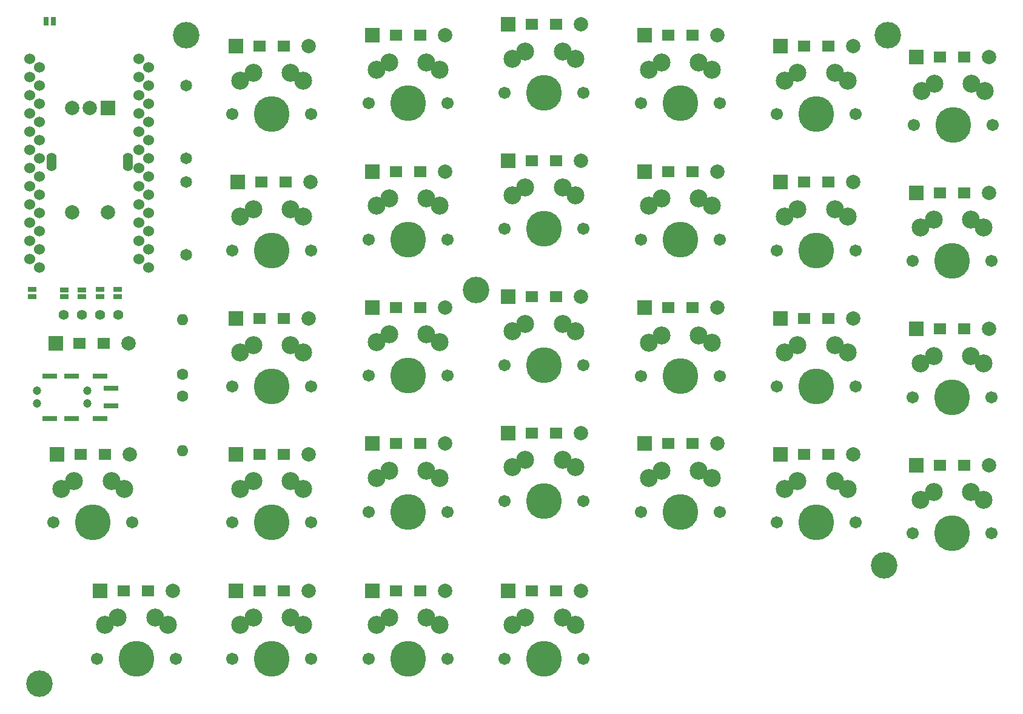
<source format=gbs>
%TF.GenerationSoftware,KiCad,Pcbnew,8.0.0-8.0.0-1~ubuntu23.10.1*%
%TF.CreationDate,2024-03-08T09:57:00+02:00*%
%TF.ProjectId,reversible,72657665-7273-4696-926c-652e6b696361,rev?*%
%TF.SameCoordinates,Original*%
%TF.FileFunction,Soldermask,Bot*%
%TF.FilePolarity,Negative*%
%FSLAX46Y46*%
G04 Gerber Fmt 4.6, Leading zero omitted, Abs format (unit mm)*
G04 Created by KiCad (PCBNEW 8.0.0-8.0.0-1~ubuntu23.10.1) date 2024-03-08 09:57:00*
%MOMM*%
%LPD*%
G01*
G04 APERTURE LIST*
%ADD10C,1.600000*%
%ADD11O,1.600000X1.600000*%
%ADD12R,1.998980X1.998980*%
%ADD13R,1.800000X1.500000*%
%ADD14C,1.998980*%
%ADD15C,1.701800*%
%ADD16C,5.000000*%
%ADD17C,2.500000*%
%ADD18R,2.000000X2.000000*%
%ADD19C,2.000000*%
%ADD20O,1.400000X2.600000*%
%ADD21C,3.700000*%
%ADD22C,1.397000*%
%ADD23C,1.651000*%
%ADD24C,1.524000*%
%ADD25C,1.200000*%
%ADD26R,2.100000X0.800000*%
%ADD27R,1.143000X0.635000*%
%ADD28R,0.635000X1.143000*%
G04 APERTURE END LIST*
D10*
%TO.C,R2*%
X79000000Y-98880000D03*
D11*
X79000000Y-106500000D03*
%TD*%
D12*
%TO.C,D22*%
X162500000Y-69000000D03*
D13*
X165800000Y-69002540D03*
X169200000Y-69002540D03*
D14*
X172660000Y-69000000D03*
%TD*%
D15*
%TO.C,SW27*%
X181000000Y-80000000D03*
D16*
X186500000Y-80000000D03*
D15*
X192000000Y-80000000D03*
D17*
X182100000Y-75300000D03*
X183900000Y-74250000D03*
X189100000Y-74250000D03*
X190900000Y-75300000D03*
%TD*%
D15*
%TO.C,SW17*%
X143000000Y-77000000D03*
D16*
X148500000Y-77000000D03*
D15*
X154000000Y-77000000D03*
D17*
X144100000Y-72300000D03*
X145900000Y-71250000D03*
X151100000Y-71250000D03*
X152900000Y-72300000D03*
%TD*%
D12*
%TO.C,D6*%
X105500000Y-48497460D03*
D13*
X108800000Y-48500000D03*
X112200000Y-48500000D03*
D14*
X115660000Y-48497460D03*
%TD*%
D12*
%TO.C,D15*%
X86500000Y-125997460D03*
D13*
X89800000Y-126000000D03*
X93200000Y-126000000D03*
D14*
X96660000Y-125997460D03*
%TD*%
D15*
%TO.C,SW24*%
X162000000Y-116500000D03*
D16*
X167500000Y-116500000D03*
D15*
X173000000Y-116500000D03*
D17*
X163100000Y-111800000D03*
X164900000Y-110750000D03*
X170100000Y-110750000D03*
X171900000Y-111800000D03*
%TD*%
D12*
%TO.C,D24*%
X162500000Y-106997460D03*
D13*
X165800000Y-107000000D03*
X169200000Y-107000000D03*
D14*
X172660000Y-106997460D03*
%TD*%
D12*
%TO.C,D10*%
X67500000Y-126000000D03*
D13*
X70799999Y-126002540D03*
X74200001Y-126002540D03*
D14*
X77660000Y-126000000D03*
%TD*%
D15*
%TO.C,SW6*%
X105000000Y-58000000D03*
D16*
X110500000Y-58000000D03*
D15*
X116000000Y-58000000D03*
D17*
X106100000Y-53300000D03*
X107900000Y-52250000D03*
X113100000Y-52250000D03*
X114900000Y-53300000D03*
%TD*%
D15*
%TO.C,SW19*%
X143000000Y-115000000D03*
D16*
X148500000Y-115000000D03*
D15*
X154000000Y-115000000D03*
D17*
X144100000Y-110300000D03*
X145900000Y-109250000D03*
X151100000Y-109250000D03*
X152900000Y-110300000D03*
%TD*%
D15*
%TO.C,SW8*%
X105000000Y-96000000D03*
D16*
X110500000Y-96000000D03*
D15*
X116000000Y-96000000D03*
D17*
X106100000Y-91300000D03*
X107900000Y-90250000D03*
X113100000Y-90250000D03*
X114900000Y-91300000D03*
%TD*%
D12*
%TO.C,D4*%
X86500000Y-107000000D03*
D13*
X89800000Y-107002540D03*
X93200000Y-107002540D03*
D14*
X96660000Y-107000000D03*
%TD*%
D18*
%TO.C,SW30*%
X68575675Y-58669765D03*
D19*
X63575675Y-58669765D03*
X66075675Y-58669765D03*
D20*
X71375675Y-66169765D03*
X60775675Y-66169765D03*
D19*
X68575675Y-73169765D03*
X63575675Y-73169765D03*
%TD*%
D12*
%TO.C,D19*%
X143500000Y-105500000D03*
D13*
X146800000Y-105502540D03*
X150200000Y-105502540D03*
D14*
X153660000Y-105500000D03*
%TD*%
D12*
%TO.C,D9*%
X105500000Y-105500000D03*
D13*
X108800000Y-105502540D03*
X112200000Y-105502540D03*
D14*
X115660000Y-105500000D03*
%TD*%
D15*
%TO.C,SW3*%
X86000000Y-97500000D03*
D16*
X91500000Y-97500000D03*
D15*
X97000000Y-97500000D03*
D17*
X87100000Y-92800000D03*
X88900000Y-91750000D03*
X94100000Y-91750000D03*
X95900000Y-92800000D03*
%TD*%
D15*
%TO.C,SW29*%
X181000000Y-118000000D03*
D16*
X186500000Y-118000000D03*
D15*
X192000000Y-118000000D03*
D17*
X182100000Y-113300000D03*
X183900000Y-112250000D03*
X189100000Y-112250000D03*
X190900000Y-113300000D03*
%TD*%
D21*
%TO.C,TH3*%
X59000000Y-139000000D03*
%TD*%
D12*
%TO.C,D17*%
X143500000Y-67497460D03*
D13*
X146800000Y-67500000D03*
X150200000Y-67500000D03*
D14*
X153660000Y-67497460D03*
%TD*%
D12*
%TO.C,D16*%
X143500000Y-48497460D03*
D13*
X146800000Y-48500000D03*
X150200000Y-48500000D03*
D14*
X153660000Y-48497460D03*
%TD*%
D12*
%TO.C,D2*%
X86700000Y-68997460D03*
D13*
X90000000Y-69000000D03*
X93400000Y-69000000D03*
D14*
X96860000Y-68997460D03*
%TD*%
D22*
%TO.C,P1*%
X62460000Y-87499620D03*
X65000000Y-87499620D03*
X67540000Y-87499620D03*
X70080000Y-87499620D03*
%TD*%
D15*
%TO.C,SW28*%
X181000000Y-99000000D03*
D16*
X186500000Y-99000000D03*
D15*
X192000000Y-99000000D03*
D17*
X182100000Y-94300000D03*
X183900000Y-93250000D03*
X189100000Y-93250000D03*
X190900000Y-94300000D03*
%TD*%
D21*
%TO.C,TH2*%
X177500000Y-48500000D03*
%TD*%
D15*
%TO.C,SW16*%
X143000000Y-58000000D03*
D16*
X148500000Y-58000000D03*
D15*
X154000000Y-58000000D03*
D17*
X144100000Y-53300000D03*
X145900000Y-52250000D03*
X151100000Y-52250000D03*
X152900000Y-53300000D03*
%TD*%
D12*
%TO.C,D12*%
X124500000Y-65997460D03*
D13*
X127800000Y-66000000D03*
X131200000Y-66000000D03*
D14*
X134660000Y-65997460D03*
%TD*%
D12*
%TO.C,D18*%
X143500000Y-86497460D03*
D13*
X146800000Y-86500000D03*
X150200000Y-86500000D03*
D14*
X153660000Y-86497460D03*
%TD*%
D21*
%TO.C,TH4*%
X177000000Y-122500000D03*
%TD*%
D12*
%TO.C,D5*%
X61500000Y-106997460D03*
D13*
X64800000Y-107000000D03*
X68200000Y-107000000D03*
D14*
X71660000Y-106997460D03*
%TD*%
D12*
%TO.C,D11*%
X124500000Y-46997460D03*
D13*
X127800000Y-47000000D03*
X131200000Y-47000000D03*
D14*
X134660000Y-46997460D03*
%TD*%
D15*
%TO.C,SW14*%
X124000000Y-113500000D03*
D16*
X129500000Y-113500000D03*
D15*
X135000000Y-113500000D03*
D17*
X125100000Y-108800000D03*
X126900000Y-107750000D03*
X132100000Y-107750000D03*
X133900000Y-108800000D03*
%TD*%
D15*
%TO.C,SW7*%
X105000000Y-77000000D03*
D16*
X110500000Y-77000000D03*
D15*
X116000000Y-77000000D03*
D17*
X106100000Y-72300000D03*
X107900000Y-71250000D03*
X113100000Y-71250000D03*
X114900000Y-72300000D03*
%TD*%
D12*
%TO.C,D28*%
X181500000Y-89497460D03*
D13*
X184800000Y-89500000D03*
X188200000Y-89500000D03*
D14*
X191660000Y-89497460D03*
%TD*%
D15*
%TO.C,SW2*%
X86000000Y-78500000D03*
D16*
X91500000Y-78500000D03*
D15*
X97000000Y-78500000D03*
D17*
X87100000Y-73800000D03*
X88900000Y-72750000D03*
X94100000Y-72750000D03*
X95900000Y-73800000D03*
%TD*%
D15*
%TO.C,SW20*%
X105000000Y-135500000D03*
D16*
X110500000Y-135500000D03*
D15*
X116000000Y-135500000D03*
D17*
X106100000Y-130800000D03*
X107900000Y-129750000D03*
X113100000Y-129750000D03*
X114900000Y-130800000D03*
%TD*%
D12*
%TO.C,D27*%
X181500000Y-70500000D03*
D13*
X184800000Y-70502540D03*
X188200000Y-70502540D03*
D14*
X191660000Y-70500000D03*
%TD*%
D15*
%TO.C,SW13*%
X124000000Y-94500000D03*
D16*
X129500000Y-94500000D03*
D15*
X135000000Y-94500000D03*
D17*
X125100000Y-89800000D03*
X126900000Y-88750000D03*
X132100000Y-88750000D03*
X133900000Y-89800000D03*
%TD*%
D15*
%TO.C,SW10*%
X67100001Y-135500000D03*
D16*
X72600001Y-135500000D03*
D15*
X78100001Y-135500000D03*
D17*
X68200001Y-130800000D03*
X70000000Y-129750000D03*
X75200002Y-129750000D03*
X77000001Y-130800000D03*
%TD*%
D12*
%TO.C,D25*%
X124500000Y-125997460D03*
D13*
X127800000Y-126000000D03*
X131200000Y-126000000D03*
D14*
X134660000Y-125997460D03*
%TD*%
D15*
%TO.C,SW18*%
X143000000Y-96100000D03*
D16*
X148500000Y-96100000D03*
D15*
X154000000Y-96100000D03*
D17*
X144100000Y-91400000D03*
X145900000Y-90350000D03*
X151100000Y-90350000D03*
X152900000Y-91400000D03*
%TD*%
D15*
%TO.C,SW23*%
X162000000Y-97500000D03*
D16*
X167500000Y-97500000D03*
D15*
X173000000Y-97500000D03*
D17*
X163100000Y-92800000D03*
X164900000Y-91750000D03*
X170100000Y-91750000D03*
X171900000Y-92800000D03*
%TD*%
D12*
%TO.C,D21*%
X162500000Y-49997460D03*
D13*
X165800000Y-50000000D03*
X169200000Y-50000000D03*
D14*
X172660000Y-49997460D03*
%TD*%
D23*
%TO.C,C1*%
X79500000Y-65660000D03*
X79500000Y-55500000D03*
%TD*%
D15*
%TO.C,SW21*%
X162000000Y-59500000D03*
D16*
X167500000Y-59500000D03*
D15*
X173000000Y-59500000D03*
D17*
X163100000Y-54800000D03*
X164900000Y-53750000D03*
X170100000Y-53750000D03*
X171900000Y-54800000D03*
%TD*%
D15*
%TO.C,SW15*%
X86000000Y-135500000D03*
D16*
X91500000Y-135500000D03*
D15*
X97000000Y-135500000D03*
D17*
X87100000Y-130800000D03*
X88900000Y-129750000D03*
X94100000Y-129750000D03*
X95900000Y-130800000D03*
%TD*%
D24*
%TO.C,U1*%
X57701185Y-51804255D03*
X74240000Y-53000000D03*
X57701185Y-54344255D03*
X74240000Y-55540000D03*
X57701185Y-56884255D03*
X74240000Y-58080000D03*
X57701185Y-59424255D03*
X74240000Y-60620000D03*
X57701185Y-61964255D03*
X74240000Y-63160000D03*
X57701185Y-64504255D03*
X74240000Y-65700000D03*
X57701185Y-67044255D03*
X74240000Y-68240000D03*
X57701185Y-69584255D03*
X74240000Y-70780000D03*
X57701185Y-72124255D03*
X74240000Y-73320000D03*
X57701185Y-74664255D03*
X74240000Y-75860000D03*
X57701185Y-77204255D03*
X74240000Y-78400000D03*
X57701185Y-79744255D03*
X74240000Y-80940000D03*
X59000000Y-80940000D03*
X72941185Y-79744255D03*
X59000000Y-78400000D03*
X72941185Y-77204255D03*
X59000000Y-75860000D03*
X72941185Y-74664255D03*
X59000000Y-73320000D03*
X72941185Y-72124255D03*
X59000000Y-70780000D03*
X72941185Y-69584255D03*
X59000000Y-68240000D03*
X72941185Y-67044255D03*
X59000000Y-65700000D03*
X72941185Y-64504255D03*
X59000000Y-63160000D03*
X72941185Y-61964255D03*
X59000000Y-60620000D03*
X72941185Y-59424255D03*
X59000000Y-58080000D03*
X72941185Y-56884255D03*
X59000000Y-55540000D03*
X72941185Y-54344255D03*
X59000000Y-53000000D03*
X72941185Y-51804255D03*
%TD*%
D21*
%TO.C,TH1*%
X79500000Y-48500000D03*
%TD*%
D10*
%TO.C,R1*%
X79000000Y-95810000D03*
D11*
X79000000Y-88190000D03*
%TD*%
D12*
%TO.C,D26*%
X181500000Y-51500000D03*
D13*
X184800000Y-51502540D03*
X188200000Y-51502540D03*
D14*
X191660000Y-51500000D03*
%TD*%
D15*
%TO.C,SW5*%
X61000000Y-116500000D03*
D16*
X66500000Y-116500000D03*
D15*
X72000000Y-116500000D03*
D17*
X62100000Y-111800000D03*
X63900000Y-110750000D03*
X69100000Y-110750000D03*
X70900000Y-111800000D03*
%TD*%
D15*
%TO.C,SW4*%
X86000000Y-116500000D03*
D16*
X91500000Y-116500000D03*
D15*
X97000000Y-116500000D03*
D17*
X87100000Y-111800000D03*
X88900000Y-110750000D03*
X94100000Y-110750000D03*
X95900000Y-111800000D03*
%TD*%
D12*
%TO.C,D29*%
X181500000Y-108500000D03*
D13*
X184800000Y-108502540D03*
X188200000Y-108502540D03*
D14*
X191660000Y-108500000D03*
%TD*%
D12*
%TO.C,D7*%
X105500000Y-67500000D03*
D13*
X108800000Y-67502540D03*
X112200000Y-67502540D03*
D14*
X115660000Y-67500000D03*
%TD*%
D15*
%TO.C,SW22*%
X162000000Y-78500000D03*
D16*
X167500000Y-78500000D03*
D15*
X173000000Y-78500000D03*
D17*
X163100000Y-73800000D03*
X164900000Y-72750000D03*
X170100000Y-72750000D03*
X171900000Y-73800000D03*
%TD*%
D15*
%TO.C,SW9*%
X105000000Y-115000000D03*
D16*
X110500000Y-115000000D03*
D15*
X116000000Y-115000000D03*
D17*
X106100000Y-110300000D03*
X107900000Y-109250000D03*
X113100000Y-109250000D03*
X114900000Y-110300000D03*
%TD*%
D12*
%TO.C,D30*%
X61300000Y-91497460D03*
D13*
X64600000Y-91500000D03*
X68000000Y-91500000D03*
D14*
X71460000Y-91497460D03*
%TD*%
D12*
%TO.C,D14*%
X124500000Y-103997460D03*
D13*
X127800000Y-104000000D03*
X131200000Y-104000000D03*
D14*
X134660000Y-103997460D03*
%TD*%
D15*
%TO.C,SW11*%
X124000000Y-56500000D03*
D16*
X129500000Y-56500000D03*
D15*
X135000000Y-56500000D03*
D17*
X125100000Y-51800000D03*
X126900000Y-50750000D03*
X132100000Y-50750000D03*
X133900000Y-51800000D03*
%TD*%
D15*
%TO.C,SW12*%
X124000000Y-75500000D03*
D16*
X129500000Y-75500000D03*
D15*
X135000000Y-75500000D03*
D17*
X125100000Y-70800000D03*
X126900000Y-69750000D03*
X132100000Y-69750000D03*
X133900000Y-70800000D03*
%TD*%
D12*
%TO.C,D8*%
X105500000Y-86500000D03*
D13*
X108800000Y-86502540D03*
X112200000Y-86502540D03*
D14*
X115660000Y-86500000D03*
%TD*%
D25*
%TO.C,J1*%
X58700000Y-99875000D03*
X65700000Y-99875000D03*
X58700000Y-98125000D03*
X65700000Y-98125000D03*
D26*
X63500000Y-101975000D03*
X63500000Y-96025000D03*
X60500000Y-101975000D03*
X60500000Y-96025000D03*
X69000000Y-100225000D03*
X69000000Y-97775000D03*
X67500000Y-101975000D03*
X67500000Y-96025000D03*
%TD*%
D12*
%TO.C,D20*%
X105500000Y-125997460D03*
D13*
X108800000Y-126000000D03*
X112200000Y-126000000D03*
D14*
X115660000Y-125997460D03*
%TD*%
D23*
%TO.C,C2*%
X79500000Y-79160000D03*
X79500000Y-69000000D03*
%TD*%
D12*
%TO.C,D1*%
X86500000Y-49997460D03*
D13*
X89800000Y-50000000D03*
X93200000Y-50000000D03*
D14*
X96660000Y-49997460D03*
%TD*%
D15*
%TO.C,SW1*%
X86000000Y-59500000D03*
D16*
X91500000Y-59500000D03*
D15*
X97000000Y-59500000D03*
D17*
X87100000Y-54800000D03*
X88900000Y-53750000D03*
X94100000Y-53750000D03*
X95900000Y-54800000D03*
%TD*%
D15*
%TO.C,SW26*%
X181100000Y-61000000D03*
D16*
X186600000Y-61000000D03*
D15*
X192100000Y-61000000D03*
D17*
X182200000Y-56300000D03*
X184000000Y-55250000D03*
X189200000Y-55250000D03*
X191000000Y-56300000D03*
%TD*%
D12*
%TO.C,D3*%
X86500000Y-88000000D03*
D13*
X89800000Y-88002540D03*
X93200000Y-88002540D03*
D14*
X96660000Y-88000000D03*
%TD*%
D12*
%TO.C,D23*%
X162500000Y-87997460D03*
D13*
X165800000Y-88000000D03*
X169200000Y-88000000D03*
D14*
X172660000Y-87997460D03*
%TD*%
D15*
%TO.C,SW25*%
X124000000Y-135500000D03*
D16*
X129500000Y-135500000D03*
D15*
X135000000Y-135500000D03*
D17*
X125100000Y-130800000D03*
X126900000Y-129750000D03*
X132100000Y-129750000D03*
X133900000Y-130800000D03*
%TD*%
D21*
%TO.C,TH5*%
X120000000Y-84000000D03*
%TD*%
D12*
%TO.C,D13*%
X124500000Y-85000000D03*
D13*
X127800000Y-85002540D03*
X131200000Y-85002540D03*
D14*
X134660000Y-85000000D03*
%TD*%
D27*
%TO.C,JP8*%
X65000000Y-85000380D03*
X65000000Y-83999620D03*
%TD*%
D28*
%TO.C,JP1*%
X60000000Y-46500000D03*
X61000760Y-46500000D03*
%TD*%
D27*
%TO.C,JP10*%
X70000000Y-84999620D03*
X70000000Y-83998860D03*
%TD*%
%TO.C,JP12*%
X58000000Y-83999240D03*
X58000000Y-85000000D03*
%TD*%
%TO.C,JP7*%
X62500000Y-85000760D03*
X62500000Y-84000000D03*
%TD*%
%TO.C,JP9*%
X67500000Y-85000000D03*
X67500000Y-83999240D03*
%TD*%
M02*

</source>
